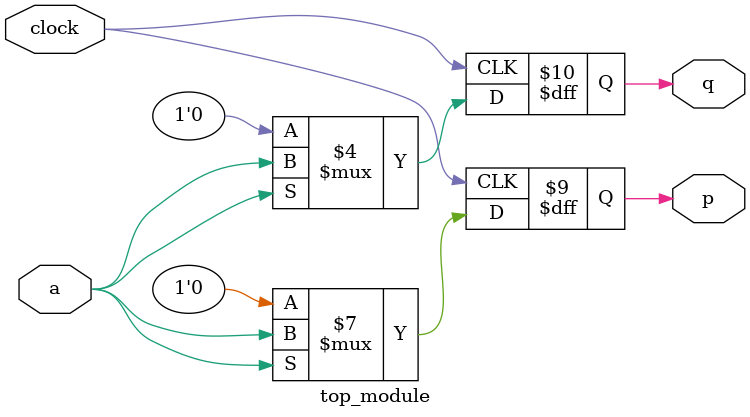
<source format=sv>
module top_module (
	input wire clock,
	input wire a, 
	output reg p,
	output reg q
);

always @(posedge clock) begin
	if (a == 1'b0) begin
		p <= 1'b0;
		q <= 1'b0;
	end else begin
		p <= a;
		q <= a;
	end
end

endmodule

</source>
